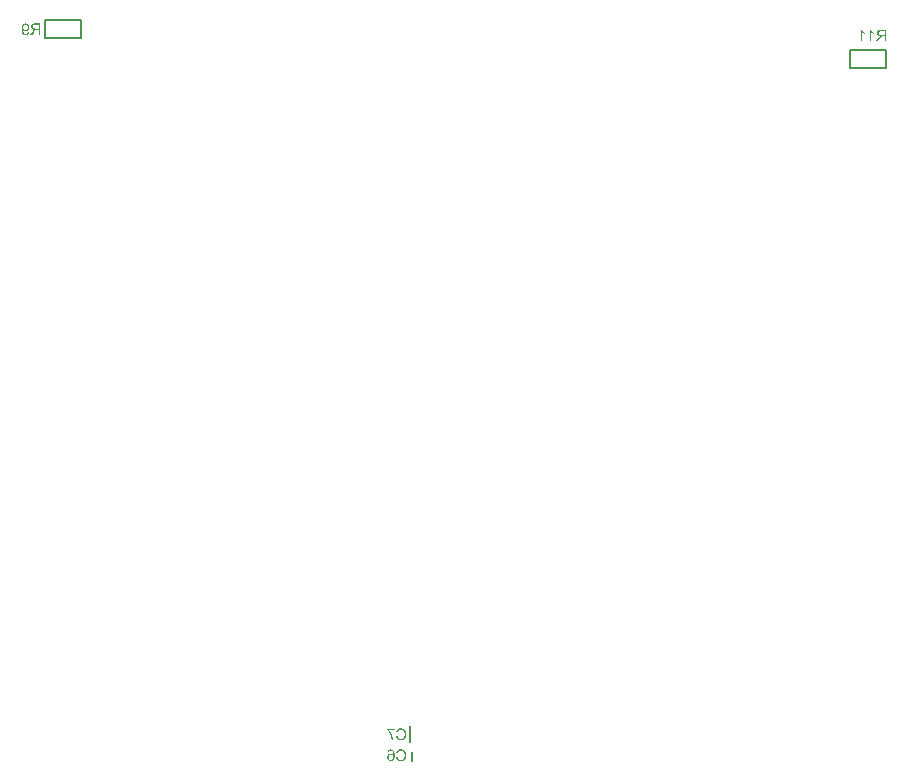
<source format=gbo>
G04 Layer_Color=3407718*
%FSLAX25Y25*%
%MOIN*%
G70*
G01*
G75*
%ADD41C,0.00787*%
%ADD42C,0.00800*%
G36*
X159715Y447855D02*
X159808Y447844D01*
X159896Y447826D01*
X159978Y447808D01*
X160124Y447750D01*
X160189Y447715D01*
X160247Y447685D01*
X160306Y447650D01*
X160352Y447615D01*
X160393Y447586D01*
X160423Y447563D01*
X160452Y447539D01*
X160469Y447522D01*
X160481Y447510D01*
X160487Y447504D01*
X160545Y447434D01*
X160598Y447364D01*
X160645Y447288D01*
X160680Y447206D01*
X160715Y447130D01*
X160744Y447048D01*
X160785Y446902D01*
X160797Y446831D01*
X160809Y446767D01*
X160814Y446709D01*
X160820Y446662D01*
X160826Y446621D01*
Y446586D01*
Y446568D01*
Y446562D01*
X160820Y446457D01*
X160814Y446357D01*
X160797Y446270D01*
X160774Y446182D01*
X160750Y446100D01*
X160721Y446024D01*
X160692Y445954D01*
X160662Y445895D01*
X160633Y445837D01*
X160604Y445790D01*
X160575Y445749D01*
X160551Y445714D01*
X160528Y445685D01*
X160510Y445667D01*
X160504Y445656D01*
X160499Y445650D01*
X160434Y445591D01*
X160370Y445539D01*
X160300Y445492D01*
X160235Y445451D01*
X160165Y445416D01*
X160101Y445386D01*
X159972Y445345D01*
X159861Y445322D01*
X159814Y445316D01*
X159773Y445310D01*
X159738Y445305D01*
X159691D01*
X159586Y445310D01*
X159487Y445328D01*
X159399Y445345D01*
X159323Y445375D01*
X159258Y445398D01*
X159206Y445416D01*
X159177Y445433D01*
X159165Y445439D01*
X159077Y445498D01*
X159001Y445556D01*
X158931Y445620D01*
X158878Y445679D01*
X158831Y445726D01*
X158802Y445773D01*
X158779Y445796D01*
X158773Y445808D01*
Y445767D01*
Y445737D01*
Y445720D01*
Y445714D01*
Y445603D01*
X158784Y445498D01*
X158796Y445404D01*
X158808Y445316D01*
X158820Y445240D01*
X158831Y445182D01*
X158837Y445164D01*
Y445147D01*
X158843Y445141D01*
Y445135D01*
X158872Y445036D01*
X158902Y444948D01*
X158931Y444872D01*
X158954Y444807D01*
X158983Y444755D01*
X159001Y444714D01*
X159013Y444690D01*
X159019Y444685D01*
X159060Y444626D01*
X159106Y444573D01*
X159147Y444526D01*
X159194Y444491D01*
X159229Y444462D01*
X159258Y444439D01*
X159282Y444427D01*
X159288Y444421D01*
X159352Y444386D01*
X159416Y444363D01*
X159481Y444345D01*
X159539Y444333D01*
X159592Y444328D01*
X159633Y444322D01*
X159668D01*
X159762Y444328D01*
X159843Y444345D01*
X159914Y444369D01*
X159972Y444392D01*
X160025Y444415D01*
X160060Y444439D01*
X160083Y444456D01*
X160089Y444462D01*
X160148Y444521D01*
X160194Y444597D01*
X160230Y444673D01*
X160259Y444749D01*
X160282Y444813D01*
X160294Y444872D01*
X160300Y444895D01*
X160306Y444913D01*
Y444918D01*
Y444924D01*
X160756Y444889D01*
X160727Y444725D01*
X160680Y444585D01*
X160627Y444462D01*
X160569Y444363D01*
X160510Y444287D01*
X160464Y444228D01*
X160428Y444193D01*
X160423Y444187D01*
X160417Y444181D01*
X160300Y444099D01*
X160183Y444041D01*
X160060Y443994D01*
X159943Y443965D01*
X159838Y443947D01*
X159791Y443941D01*
X159756D01*
X159721Y443936D01*
X159680D01*
X159528Y443947D01*
X159381Y443971D01*
X159258Y444006D01*
X159147Y444047D01*
X159060Y444088D01*
X159024Y444105D01*
X158995Y444123D01*
X158966Y444140D01*
X158948Y444146D01*
X158942Y444158D01*
X158937D01*
X158826Y444252D01*
X158732Y444357D01*
X158650Y444468D01*
X158580Y444579D01*
X158527Y444673D01*
X158510Y444714D01*
X158492Y444755D01*
X158480Y444784D01*
X158469Y444807D01*
X158463Y444819D01*
Y444825D01*
X158433Y444913D01*
X158410Y445000D01*
X158369Y445193D01*
X158340Y445392D01*
X158317Y445579D01*
X158311Y445667D01*
X158305Y445743D01*
Y445819D01*
X158299Y445878D01*
Y445930D01*
Y445966D01*
Y445995D01*
Y446001D01*
Y446129D01*
X158305Y446252D01*
X158317Y446363D01*
X158322Y446469D01*
X158334Y446562D01*
X158352Y446650D01*
X158363Y446732D01*
X158381Y446802D01*
X158398Y446867D01*
X158410Y446925D01*
X158422Y446972D01*
X158439Y447007D01*
X158445Y447036D01*
X158457Y447060D01*
X158463Y447071D01*
Y447077D01*
X158527Y447212D01*
X158603Y447329D01*
X158685Y447422D01*
X158761Y447510D01*
X158831Y447574D01*
X158884Y447621D01*
X158907Y447633D01*
X158925Y447645D01*
X158931Y447656D01*
X158937D01*
X159054Y447726D01*
X159177Y447773D01*
X159288Y447808D01*
X159393Y447838D01*
X159487Y447849D01*
X159528Y447855D01*
X159557D01*
X159586Y447861D01*
X159621D01*
X159715Y447855D01*
D02*
G37*
G36*
X438377Y445617D02*
X438441Y445524D01*
X438512Y445436D01*
X438582Y445354D01*
X438646Y445290D01*
X438699Y445237D01*
X438734Y445202D01*
X438740Y445196D01*
X438746Y445190D01*
X438857Y445097D01*
X438974Y445009D01*
X439091Y444933D01*
X439196Y444869D01*
X439290Y444816D01*
X439331Y444798D01*
X439366Y444781D01*
X439389Y444763D01*
X439412Y444752D01*
X439424Y444746D01*
X439430D01*
Y444284D01*
X439348Y444319D01*
X439260Y444360D01*
X439178Y444395D01*
X439102Y444436D01*
X439038Y444471D01*
X438985Y444500D01*
X438950Y444523D01*
X438944Y444529D01*
X438939D01*
X438839Y444588D01*
X438751Y444652D01*
X438675Y444705D01*
X438611Y444757D01*
X438558Y444798D01*
X438517Y444828D01*
X438494Y444851D01*
X438488Y444857D01*
Y441850D01*
X438014D01*
Y445711D01*
X438324D01*
X438377Y445617D01*
D02*
G37*
G36*
X441361D02*
X441425Y445524D01*
X441495Y445436D01*
X441565Y445354D01*
X441630Y445290D01*
X441682Y445237D01*
X441717Y445202D01*
X441723Y445196D01*
X441729Y445190D01*
X441840Y445097D01*
X441957Y445009D01*
X442074Y444933D01*
X442179Y444869D01*
X442273Y444816D01*
X442314Y444798D01*
X442349Y444781D01*
X442373Y444763D01*
X442396Y444752D01*
X442408Y444746D01*
X442414D01*
Y444284D01*
X442332Y444319D01*
X442244Y444360D01*
X442162Y444395D01*
X442086Y444436D01*
X442022Y444471D01*
X441969Y444500D01*
X441934Y444523D01*
X441928Y444529D01*
X441922D01*
X441823Y444588D01*
X441735Y444652D01*
X441659Y444705D01*
X441595Y444757D01*
X441542Y444798D01*
X441501Y444828D01*
X441477Y444851D01*
X441472Y444857D01*
Y441850D01*
X440998D01*
Y445711D01*
X441308D01*
X441361Y445617D01*
D02*
G37*
G36*
X164500Y444000D02*
X163991D01*
Y445708D01*
X163336D01*
X163277Y445702D01*
X163231D01*
X163190Y445696D01*
X163160Y445691D01*
X163137D01*
X163125Y445685D01*
X163119D01*
X163032Y445656D01*
X162961Y445620D01*
X162932Y445603D01*
X162909Y445591D01*
X162897Y445585D01*
X162891Y445579D01*
X162845Y445550D01*
X162803Y445509D01*
X162716Y445427D01*
X162687Y445386D01*
X162657Y445351D01*
X162640Y445328D01*
X162634Y445322D01*
X162575Y445246D01*
X162517Y445164D01*
X162452Y445076D01*
X162394Y444989D01*
X162341Y444913D01*
X162300Y444854D01*
X162289Y444831D01*
X162277Y444813D01*
X162265Y444802D01*
Y444796D01*
X161756Y444000D01*
X161119D01*
X161786Y445041D01*
X161862Y445153D01*
X161938Y445252D01*
X162008Y445340D01*
X162072Y445416D01*
X162125Y445474D01*
X162166Y445521D01*
X162195Y445544D01*
X162207Y445556D01*
X162248Y445591D01*
X162300Y445626D01*
X162400Y445691D01*
X162441Y445714D01*
X162476Y445732D01*
X162499Y445743D01*
X162511Y445749D01*
X162412Y445767D01*
X162318Y445784D01*
X162230Y445808D01*
X162154Y445837D01*
X162078Y445866D01*
X162014Y445895D01*
X161949Y445925D01*
X161897Y445954D01*
X161850Y445983D01*
X161809Y446006D01*
X161774Y446036D01*
X161745Y446053D01*
X161727Y446077D01*
X161709Y446089D01*
X161698Y446100D01*
X161651Y446153D01*
X161610Y446211D01*
X161540Y446328D01*
X161493Y446440D01*
X161464Y446551D01*
X161441Y446644D01*
X161435Y446685D01*
Y446720D01*
X161429Y446749D01*
Y446773D01*
Y446785D01*
Y446790D01*
X161435Y446907D01*
X161452Y447013D01*
X161481Y447112D01*
X161511Y447200D01*
X161540Y447270D01*
X161569Y447323D01*
X161587Y447358D01*
X161593Y447370D01*
X161657Y447463D01*
X161727Y447539D01*
X161797Y447604D01*
X161867Y447650D01*
X161926Y447691D01*
X161973Y447721D01*
X162008Y447732D01*
X162014Y447738D01*
X162020D01*
X162072Y447756D01*
X162131Y447773D01*
X162254Y447797D01*
X162382Y447820D01*
X162505Y447832D01*
X162622Y447838D01*
X162669D01*
X162716Y447844D01*
X164500D01*
Y444000D01*
D02*
G37*
G36*
X446450Y441850D02*
X445941D01*
Y443558D01*
X445286D01*
X445227Y443552D01*
X445181D01*
X445140Y443546D01*
X445110Y443541D01*
X445087D01*
X445075Y443535D01*
X445069D01*
X444982Y443506D01*
X444911Y443470D01*
X444882Y443453D01*
X444859Y443441D01*
X444847Y443435D01*
X444841Y443430D01*
X444794Y443400D01*
X444754Y443359D01*
X444666Y443277D01*
X444636Y443236D01*
X444607Y443201D01*
X444590Y443178D01*
X444584Y443172D01*
X444525Y443096D01*
X444467Y443014D01*
X444403Y442926D01*
X444344Y442839D01*
X444291Y442763D01*
X444250Y442704D01*
X444239Y442681D01*
X444227Y442663D01*
X444215Y442652D01*
Y442646D01*
X443706Y441850D01*
X443069D01*
X443736Y442891D01*
X443812Y443003D01*
X443888Y443102D01*
X443958Y443190D01*
X444022Y443266D01*
X444075Y443324D01*
X444116Y443371D01*
X444145Y443394D01*
X444157Y443406D01*
X444198Y443441D01*
X444250Y443476D01*
X444350Y443541D01*
X444391Y443564D01*
X444426Y443582D01*
X444449Y443593D01*
X444461Y443599D01*
X444361Y443617D01*
X444268Y443634D01*
X444180Y443658D01*
X444104Y443687D01*
X444028Y443716D01*
X443964Y443745D01*
X443899Y443775D01*
X443847Y443804D01*
X443800Y443833D01*
X443759Y443856D01*
X443724Y443886D01*
X443695Y443903D01*
X443677Y443927D01*
X443660Y443938D01*
X443648Y443950D01*
X443601Y444003D01*
X443560Y444061D01*
X443490Y444178D01*
X443443Y444289D01*
X443414Y444401D01*
X443390Y444494D01*
X443385Y444535D01*
Y444570D01*
X443379Y444599D01*
Y444623D01*
Y444635D01*
Y444640D01*
X443385Y444757D01*
X443402Y444863D01*
X443431Y444962D01*
X443461Y445050D01*
X443490Y445120D01*
X443519Y445173D01*
X443537Y445208D01*
X443543Y445220D01*
X443607Y445313D01*
X443677Y445389D01*
X443747Y445454D01*
X443818Y445500D01*
X443876Y445541D01*
X443923Y445571D01*
X443958Y445582D01*
X443964Y445588D01*
X443970D01*
X444022Y445606D01*
X444081Y445623D01*
X444204Y445647D01*
X444332Y445670D01*
X444455Y445682D01*
X444572Y445688D01*
X444619D01*
X444666Y445693D01*
X446450D01*
Y441850D01*
D02*
G37*
G36*
X282645Y212346D02*
X280761D01*
X280896Y212182D01*
X281019Y212013D01*
X281136Y211843D01*
X281241Y211685D01*
X281282Y211609D01*
X281323Y211545D01*
X281358Y211486D01*
X281387Y211434D01*
X281411Y211393D01*
X281428Y211363D01*
X281440Y211340D01*
X281446Y211334D01*
X281557Y211112D01*
X281656Y210890D01*
X281738Y210679D01*
X281773Y210579D01*
X281808Y210492D01*
X281838Y210404D01*
X281861Y210328D01*
X281884Y210264D01*
X281902Y210205D01*
X281914Y210158D01*
X281925Y210123D01*
X281931Y210100D01*
Y210094D01*
X281990Y209860D01*
X282013Y209755D01*
X282031Y209649D01*
X282048Y209556D01*
X282060Y209468D01*
X282071Y209380D01*
X282083Y209304D01*
X282089Y209240D01*
X282095Y209175D01*
X282101Y209123D01*
Y209082D01*
X282107Y209047D01*
Y209023D01*
Y209006D01*
Y209000D01*
X281621D01*
X281604Y209211D01*
X281580Y209409D01*
X281551Y209585D01*
X281533Y209667D01*
X281522Y209743D01*
X281504Y209807D01*
X281492Y209872D01*
X281481Y209924D01*
X281469Y209971D01*
X281457Y210006D01*
X281452Y210030D01*
X281446Y210047D01*
Y210053D01*
X281364Y210310D01*
X281276Y210550D01*
X281229Y210667D01*
X281182Y210778D01*
X281136Y210884D01*
X281095Y210977D01*
X281054Y211065D01*
X281013Y211147D01*
X280978Y211217D01*
X280948Y211276D01*
X280925Y211322D01*
X280907Y211357D01*
X280896Y211381D01*
X280890Y211387D01*
X280820Y211504D01*
X280755Y211621D01*
X280685Y211726D01*
X280621Y211826D01*
X280562Y211919D01*
X280498Y212001D01*
X280439Y212083D01*
X280387Y212153D01*
X280340Y212212D01*
X280293Y212270D01*
X280252Y212317D01*
X280223Y212358D01*
X280194Y212387D01*
X280176Y212411D01*
X280164Y212422D01*
X280159Y212428D01*
Y212797D01*
X282645D01*
Y212346D01*
D02*
G37*
G36*
X284880Y212896D02*
X285055Y212873D01*
X285213Y212832D01*
X285283Y212814D01*
X285348Y212791D01*
X285406Y212767D01*
X285465Y212750D01*
X285511Y212726D01*
X285546Y212709D01*
X285582Y212697D01*
X285605Y212685D01*
X285617Y212674D01*
X285623D01*
X285769Y212580D01*
X285903Y212469D01*
X286014Y212358D01*
X286102Y212247D01*
X286178Y212147D01*
X286208Y212106D01*
X286231Y212071D01*
X286248Y212036D01*
X286260Y212013D01*
X286272Y212001D01*
Y211995D01*
X286348Y211826D01*
X286406Y211644D01*
X286441Y211469D01*
X286471Y211305D01*
X286483Y211229D01*
X286488Y211164D01*
X286494Y211100D01*
Y211048D01*
X286500Y211007D01*
Y210977D01*
Y210954D01*
Y210948D01*
X286494Y210743D01*
X286471Y210556D01*
X286436Y210381D01*
X286418Y210299D01*
X286401Y210228D01*
X286383Y210158D01*
X286366Y210100D01*
X286348Y210047D01*
X286330Y210000D01*
X286319Y209965D01*
X286307Y209942D01*
X286301Y209924D01*
Y209918D01*
X286219Y209749D01*
X286120Y209603D01*
X286026Y209474D01*
X285927Y209374D01*
X285845Y209293D01*
X285775Y209234D01*
X285745Y209216D01*
X285728Y209199D01*
X285716Y209193D01*
X285710Y209187D01*
X285634Y209140D01*
X285552Y209105D01*
X285388Y209041D01*
X285219Y209000D01*
X285055Y208965D01*
X284985Y208959D01*
X284915Y208947D01*
X284856Y208942D01*
X284804D01*
X284757Y208936D01*
X284698D01*
X284587Y208942D01*
X284482Y208947D01*
X284289Y208988D01*
X284201Y209012D01*
X284113Y209041D01*
X284037Y209070D01*
X283967Y209099D01*
X283903Y209129D01*
X283850Y209158D01*
X283803Y209187D01*
X283762Y209211D01*
X283727Y209234D01*
X283704Y209251D01*
X283692Y209257D01*
X283686Y209263D01*
X283610Y209328D01*
X283540Y209398D01*
X283423Y209550D01*
X283318Y209708D01*
X283242Y209866D01*
X283206Y209936D01*
X283183Y210000D01*
X283160Y210065D01*
X283136Y210111D01*
X283124Y210158D01*
X283113Y210188D01*
X283107Y210211D01*
Y210217D01*
X283616Y210346D01*
X283663Y210176D01*
X283721Y210024D01*
X283791Y209901D01*
X283856Y209796D01*
X283920Y209719D01*
X283973Y209661D01*
X284008Y209626D01*
X284014Y209620D01*
X284020Y209614D01*
X284137Y209532D01*
X284254Y209474D01*
X284377Y209427D01*
X284488Y209398D01*
X284587Y209380D01*
X284634Y209374D01*
X284669D01*
X284698Y209369D01*
X284739D01*
X284868Y209374D01*
X284991Y209398D01*
X285102Y209427D01*
X285195Y209456D01*
X285277Y209491D01*
X285342Y209515D01*
X285365Y209526D01*
X285383Y209538D01*
X285388Y209544D01*
X285394D01*
X285500Y209620D01*
X285587Y209708D01*
X285664Y209796D01*
X285728Y209889D01*
X285775Y209965D01*
X285804Y210035D01*
X285816Y210059D01*
X285827Y210076D01*
X285833Y210088D01*
Y210094D01*
X285880Y210234D01*
X285915Y210381D01*
X285938Y210527D01*
X285956Y210661D01*
X285962Y210720D01*
X285968Y210773D01*
Y210825D01*
X285974Y210866D01*
Y210901D01*
Y210925D01*
Y210942D01*
Y210948D01*
X285968Y211088D01*
X285956Y211223D01*
X285938Y211346D01*
X285915Y211457D01*
X285892Y211551D01*
X285886Y211592D01*
X285874Y211621D01*
X285868Y211650D01*
X285862Y211668D01*
X285857Y211679D01*
Y211685D01*
X285804Y211814D01*
X285739Y211931D01*
X285669Y212024D01*
X285605Y212106D01*
X285541Y212171D01*
X285488Y212217D01*
X285453Y212247D01*
X285447Y212258D01*
X285441D01*
X285324Y212329D01*
X285201Y212381D01*
X285079Y212422D01*
X284962Y212446D01*
X284856Y212463D01*
X284815Y212469D01*
X284774D01*
X284745Y212475D01*
X284704D01*
X284564Y212469D01*
X284441Y212446D01*
X284330Y212416D01*
X284242Y212381D01*
X284166Y212340D01*
X284113Y212311D01*
X284078Y212288D01*
X284066Y212282D01*
X283973Y212200D01*
X283897Y212106D01*
X283826Y212001D01*
X283774Y211902D01*
X283733Y211814D01*
X283715Y211773D01*
X283698Y211738D01*
X283686Y211709D01*
X283680Y211685D01*
X283674Y211673D01*
Y211668D01*
X283171Y211785D01*
X283242Y211972D01*
X283282Y212059D01*
X283324Y212136D01*
X283370Y212212D01*
X283417Y212282D01*
X283458Y212340D01*
X283505Y212399D01*
X283546Y212446D01*
X283587Y212487D01*
X283628Y212528D01*
X283657Y212557D01*
X283686Y212580D01*
X283704Y212598D01*
X283715Y212604D01*
X283721Y212610D01*
X283797Y212662D01*
X283873Y212709D01*
X283955Y212750D01*
X284037Y212785D01*
X284201Y212838D01*
X284353Y212873D01*
X284423Y212884D01*
X284488Y212890D01*
X284546Y212896D01*
X284593Y212902D01*
X284634Y212908D01*
X284692D01*
X284880Y212896D01*
D02*
G37*
G36*
X281428Y205855D02*
X281533Y205843D01*
X281633Y205820D01*
X281726Y205791D01*
X281814Y205756D01*
X281890Y205721D01*
X281966Y205680D01*
X282031Y205639D01*
X282089Y205598D01*
X282142Y205557D01*
X282183Y205522D01*
X282224Y205487D01*
X282253Y205457D01*
X282270Y205434D01*
X282282Y205422D01*
X282288Y205416D01*
X282358Y205317D01*
X282423Y205200D01*
X282475Y205083D01*
X282522Y204948D01*
X282563Y204820D01*
X282598Y204685D01*
X282627Y204551D01*
X282645Y204416D01*
X282662Y204293D01*
X282674Y204176D01*
X282686Y204071D01*
X282692Y203977D01*
X282698Y203901D01*
Y203843D01*
Y203825D01*
Y203808D01*
Y203802D01*
Y203796D01*
X282692Y203615D01*
X282680Y203451D01*
X282662Y203293D01*
X282639Y203152D01*
X282610Y203024D01*
X282580Y202907D01*
X282545Y202801D01*
X282510Y202708D01*
X282481Y202626D01*
X282446Y202556D01*
X282417Y202497D01*
X282387Y202450D01*
X282364Y202415D01*
X282347Y202392D01*
X282335Y202374D01*
X282329Y202369D01*
X282259Y202292D01*
X282183Y202228D01*
X282101Y202170D01*
X282019Y202117D01*
X281937Y202076D01*
X281861Y202041D01*
X281779Y202012D01*
X281703Y201988D01*
X281633Y201971D01*
X281568Y201959D01*
X281510Y201947D01*
X281463Y201941D01*
X281422D01*
X281387Y201936D01*
X281364D01*
X281241Y201941D01*
X281124Y201959D01*
X281019Y201988D01*
X280925Y202018D01*
X280855Y202047D01*
X280796Y202076D01*
X280761Y202094D01*
X280749Y202099D01*
X280650Y202170D01*
X280568Y202246D01*
X280492Y202322D01*
X280428Y202398D01*
X280381Y202468D01*
X280346Y202521D01*
X280334Y202544D01*
X280322Y202562D01*
X280317Y202568D01*
Y202573D01*
X280264Y202690D01*
X280223Y202807D01*
X280200Y202924D01*
X280176Y203024D01*
X280164Y203117D01*
Y203152D01*
X280159Y203188D01*
Y203211D01*
Y203228D01*
Y203240D01*
Y203246D01*
X280164Y203345D01*
X280170Y203445D01*
X280188Y203533D01*
X280211Y203621D01*
X280235Y203696D01*
X280264Y203773D01*
X280293Y203837D01*
X280322Y203901D01*
X280358Y203954D01*
X280387Y204001D01*
X280416Y204042D01*
X280439Y204077D01*
X280463Y204106D01*
X280480Y204124D01*
X280486Y204135D01*
X280492Y204141D01*
X280556Y204205D01*
X280621Y204258D01*
X280691Y204305D01*
X280761Y204346D01*
X280825Y204381D01*
X280896Y204404D01*
X281019Y204451D01*
X281130Y204474D01*
X281176Y204480D01*
X281218Y204486D01*
X281253Y204492D01*
X281299D01*
X281399Y204486D01*
X281492Y204474D01*
X281580Y204451D01*
X281656Y204428D01*
X281721Y204404D01*
X281773Y204381D01*
X281802Y204369D01*
X281814Y204363D01*
X281902Y204311D01*
X281984Y204252D01*
X282054Y204188D01*
X282113Y204124D01*
X282165Y204065D01*
X282200Y204018D01*
X282224Y203989D01*
X282229Y203983D01*
Y204083D01*
X282224Y204182D01*
X282218Y204276D01*
X282212Y204363D01*
X282200Y204439D01*
X282189Y204516D01*
X282177Y204580D01*
X282165Y204638D01*
X282154Y204691D01*
X282142Y204738D01*
X282130Y204779D01*
X282118Y204808D01*
X282113Y204831D01*
X282107Y204855D01*
X282101Y204861D01*
Y204867D01*
X282048Y204978D01*
X281990Y205077D01*
X281931Y205159D01*
X281873Y205223D01*
X281826Y205276D01*
X281785Y205317D01*
X281762Y205340D01*
X281750Y205346D01*
X281680Y205387D01*
X281615Y205422D01*
X281545Y205446D01*
X281481Y205457D01*
X281428Y205469D01*
X281387Y205475D01*
X281346D01*
X281247Y205469D01*
X281153Y205446D01*
X281071Y205411D01*
X281001Y205376D01*
X280948Y205334D01*
X280907Y205305D01*
X280878Y205282D01*
X280872Y205270D01*
X280831Y205218D01*
X280796Y205159D01*
X280738Y205024D01*
X280720Y204966D01*
X280703Y204919D01*
X280691Y204884D01*
Y204878D01*
Y204872D01*
X280223Y204907D01*
X280252Y205065D01*
X280305Y205206D01*
X280358Y205323D01*
X280422Y205422D01*
X280480Y205498D01*
X280527Y205557D01*
X280562Y205592D01*
X280568Y205604D01*
X280574D01*
X280632Y205650D01*
X280691Y205691D01*
X280814Y205750D01*
X280937Y205797D01*
X281054Y205832D01*
X281159Y205849D01*
X281206Y205855D01*
X281241D01*
X281276Y205861D01*
X281317D01*
X281428Y205855D01*
D02*
G37*
G36*
X284880Y205896D02*
X285055Y205873D01*
X285213Y205832D01*
X285283Y205814D01*
X285348Y205791D01*
X285406Y205767D01*
X285465Y205750D01*
X285511Y205727D01*
X285546Y205709D01*
X285582Y205697D01*
X285605Y205685D01*
X285617Y205674D01*
X285623D01*
X285769Y205580D01*
X285903Y205469D01*
X286014Y205358D01*
X286102Y205247D01*
X286178Y205147D01*
X286208Y205106D01*
X286231Y205071D01*
X286248Y205036D01*
X286260Y205013D01*
X286272Y205001D01*
Y204995D01*
X286348Y204826D01*
X286406Y204644D01*
X286441Y204469D01*
X286471Y204305D01*
X286483Y204229D01*
X286488Y204165D01*
X286494Y204100D01*
Y204047D01*
X286500Y204007D01*
Y203977D01*
Y203954D01*
Y203948D01*
X286494Y203743D01*
X286471Y203556D01*
X286436Y203381D01*
X286418Y203299D01*
X286401Y203228D01*
X286383Y203158D01*
X286366Y203100D01*
X286348Y203047D01*
X286330Y203000D01*
X286319Y202965D01*
X286307Y202942D01*
X286301Y202924D01*
Y202919D01*
X286219Y202749D01*
X286120Y202603D01*
X286026Y202474D01*
X285927Y202374D01*
X285845Y202292D01*
X285775Y202234D01*
X285745Y202217D01*
X285728Y202199D01*
X285716Y202193D01*
X285710Y202187D01*
X285634Y202140D01*
X285552Y202105D01*
X285388Y202041D01*
X285219Y202000D01*
X285055Y201965D01*
X284985Y201959D01*
X284915Y201947D01*
X284856Y201941D01*
X284804D01*
X284757Y201936D01*
X284698D01*
X284587Y201941D01*
X284482Y201947D01*
X284289Y201988D01*
X284201Y202012D01*
X284113Y202041D01*
X284037Y202070D01*
X283967Y202099D01*
X283903Y202129D01*
X283850Y202158D01*
X283803Y202187D01*
X283762Y202211D01*
X283727Y202234D01*
X283704Y202252D01*
X283692Y202257D01*
X283686Y202263D01*
X283610Y202328D01*
X283540Y202398D01*
X283423Y202550D01*
X283318Y202708D01*
X283242Y202866D01*
X283206Y202936D01*
X283183Y203000D01*
X283160Y203065D01*
X283136Y203112D01*
X283124Y203158D01*
X283113Y203188D01*
X283107Y203211D01*
Y203217D01*
X283616Y203345D01*
X283663Y203176D01*
X283721Y203024D01*
X283791Y202901D01*
X283856Y202796D01*
X283920Y202720D01*
X283973Y202661D01*
X284008Y202626D01*
X284014Y202620D01*
X284020Y202614D01*
X284137Y202532D01*
X284254Y202474D01*
X284377Y202427D01*
X284488Y202398D01*
X284587Y202380D01*
X284634Y202374D01*
X284669D01*
X284698Y202369D01*
X284739D01*
X284868Y202374D01*
X284991Y202398D01*
X285102Y202427D01*
X285195Y202456D01*
X285277Y202491D01*
X285342Y202515D01*
X285365Y202526D01*
X285383Y202538D01*
X285388Y202544D01*
X285394D01*
X285500Y202620D01*
X285587Y202708D01*
X285664Y202796D01*
X285728Y202889D01*
X285775Y202965D01*
X285804Y203035D01*
X285816Y203059D01*
X285827Y203076D01*
X285833Y203088D01*
Y203094D01*
X285880Y203234D01*
X285915Y203381D01*
X285938Y203527D01*
X285956Y203661D01*
X285962Y203720D01*
X285968Y203773D01*
Y203825D01*
X285974Y203866D01*
Y203901D01*
Y203925D01*
Y203942D01*
Y203948D01*
X285968Y204088D01*
X285956Y204223D01*
X285938Y204346D01*
X285915Y204457D01*
X285892Y204551D01*
X285886Y204592D01*
X285874Y204621D01*
X285868Y204650D01*
X285862Y204668D01*
X285857Y204679D01*
Y204685D01*
X285804Y204814D01*
X285739Y204931D01*
X285669Y205024D01*
X285605Y205106D01*
X285541Y205171D01*
X285488Y205218D01*
X285453Y205247D01*
X285447Y205258D01*
X285441D01*
X285324Y205329D01*
X285201Y205381D01*
X285079Y205422D01*
X284962Y205446D01*
X284856Y205463D01*
X284815Y205469D01*
X284774D01*
X284745Y205475D01*
X284704D01*
X284564Y205469D01*
X284441Y205446D01*
X284330Y205416D01*
X284242Y205381D01*
X284166Y205340D01*
X284113Y205311D01*
X284078Y205288D01*
X284066Y205282D01*
X283973Y205200D01*
X283897Y205106D01*
X283826Y205001D01*
X283774Y204902D01*
X283733Y204814D01*
X283715Y204773D01*
X283698Y204738D01*
X283686Y204709D01*
X283680Y204685D01*
X283674Y204674D01*
Y204668D01*
X283171Y204785D01*
X283242Y204972D01*
X283282Y205060D01*
X283324Y205136D01*
X283370Y205212D01*
X283417Y205282D01*
X283458Y205340D01*
X283505Y205399D01*
X283546Y205446D01*
X283587Y205487D01*
X283628Y205528D01*
X283657Y205557D01*
X283686Y205580D01*
X283704Y205598D01*
X283715Y205604D01*
X283721Y205609D01*
X283797Y205662D01*
X283873Y205709D01*
X283955Y205750D01*
X284037Y205785D01*
X284201Y205838D01*
X284353Y205873D01*
X284423Y205884D01*
X284488Y205890D01*
X284546Y205896D01*
X284593Y205902D01*
X284634Y205908D01*
X284692D01*
X284880Y205896D01*
D02*
G37*
%LPC*%
G36*
X445941Y445266D02*
X444730D01*
X444578Y445260D01*
X444449Y445237D01*
X444344Y445214D01*
X444256Y445179D01*
X444192Y445149D01*
X444139Y445120D01*
X444116Y445097D01*
X444104Y445091D01*
X444040Y445021D01*
X443987Y444945D01*
X443952Y444869D01*
X443929Y444798D01*
X443917Y444734D01*
X443905Y444687D01*
Y444652D01*
Y444646D01*
Y444640D01*
X443911Y444570D01*
X443923Y444506D01*
X443940Y444447D01*
X443958Y444401D01*
X443975Y444354D01*
X443993Y444324D01*
X444005Y444301D01*
X444010Y444295D01*
X444052Y444243D01*
X444098Y444196D01*
X444151Y444155D01*
X444198Y444120D01*
X444239Y444096D01*
X444274Y444079D01*
X444297Y444073D01*
X444309Y444067D01*
X444385Y444044D01*
X444473Y444026D01*
X444566Y444015D01*
X444654Y444009D01*
X444730Y444003D01*
X444794Y443997D01*
X445941D01*
Y445266D01*
D02*
G37*
G36*
X281422Y204077D02*
X281393D01*
X281276Y204065D01*
X281171Y204042D01*
X281077Y204001D01*
X281001Y203960D01*
X280937Y203919D01*
X280890Y203878D01*
X280866Y203854D01*
X280855Y203843D01*
X280785Y203749D01*
X280732Y203650D01*
X280697Y203544D01*
X280667Y203445D01*
X280656Y203357D01*
X280650Y203316D01*
Y203281D01*
X280644Y203258D01*
Y203234D01*
Y203223D01*
Y203217D01*
X280656Y203071D01*
X280679Y202942D01*
X280714Y202825D01*
X280749Y202731D01*
X280790Y202661D01*
X280825Y202608D01*
X280849Y202573D01*
X280861Y202562D01*
X280943Y202480D01*
X281030Y202421D01*
X281118Y202380D01*
X281194Y202351D01*
X281270Y202333D01*
X281323Y202328D01*
X281346Y202322D01*
X281375D01*
X281452Y202328D01*
X281522Y202339D01*
X281592Y202357D01*
X281650Y202380D01*
X281697Y202398D01*
X281732Y202415D01*
X281762Y202427D01*
X281767Y202433D01*
X281832Y202480D01*
X281890Y202538D01*
X281937Y202591D01*
X281978Y202649D01*
X282013Y202696D01*
X282036Y202737D01*
X282048Y202761D01*
X282054Y202772D01*
X282089Y202860D01*
X282113Y202942D01*
X282130Y203018D01*
X282142Y203094D01*
X282148Y203152D01*
X282154Y203199D01*
Y203228D01*
Y203240D01*
X282142Y203375D01*
X282118Y203492D01*
X282083Y203597D01*
X282042Y203685D01*
X282001Y203749D01*
X281966Y203802D01*
X281943Y203831D01*
X281931Y203843D01*
X281843Y203919D01*
X281756Y203977D01*
X281662Y204018D01*
X281580Y204047D01*
X281504Y204065D01*
X281446Y204071D01*
X281422Y204077D01*
D02*
G37*
G36*
X163991Y447416D02*
X162780D01*
X162628Y447410D01*
X162499Y447387D01*
X162394Y447364D01*
X162306Y447329D01*
X162242Y447299D01*
X162189Y447270D01*
X162166Y447247D01*
X162154Y447241D01*
X162090Y447171D01*
X162037Y447095D01*
X162002Y447019D01*
X161979Y446948D01*
X161967Y446884D01*
X161955Y446837D01*
Y446802D01*
Y446796D01*
Y446790D01*
X161961Y446720D01*
X161973Y446656D01*
X161990Y446597D01*
X162008Y446551D01*
X162025Y446504D01*
X162043Y446475D01*
X162055Y446451D01*
X162060Y446445D01*
X162101Y446393D01*
X162148Y446346D01*
X162201Y446305D01*
X162248Y446270D01*
X162289Y446246D01*
X162324Y446229D01*
X162347Y446223D01*
X162359Y446217D01*
X162435Y446194D01*
X162523Y446176D01*
X162616Y446165D01*
X162704Y446159D01*
X162780Y446153D01*
X162845Y446147D01*
X163991D01*
Y447416D01*
D02*
G37*
G36*
X159592Y447469D02*
X159563D01*
X159451Y447457D01*
X159352Y447434D01*
X159264Y447393D01*
X159188Y447352D01*
X159124Y447305D01*
X159083Y447264D01*
X159054Y447241D01*
X159042Y447229D01*
X158972Y447130D01*
X158919Y447024D01*
X158878Y446919D01*
X158855Y446814D01*
X158837Y446720D01*
X158831Y446685D01*
Y446650D01*
X158826Y446621D01*
Y446597D01*
Y446586D01*
Y446580D01*
X158837Y446440D01*
X158861Y446311D01*
X158896Y446206D01*
X158931Y446112D01*
X158972Y446042D01*
X159007Y445989D01*
X159030Y445960D01*
X159042Y445948D01*
X159124Y445872D01*
X159212Y445814D01*
X159305Y445778D01*
X159387Y445749D01*
X159463Y445732D01*
X159522Y445726D01*
X159545Y445720D01*
X159574D01*
X159691Y445732D01*
X159797Y445755D01*
X159890Y445790D01*
X159972Y445837D01*
X160036Y445878D01*
X160083Y445913D01*
X160113Y445936D01*
X160124Y445948D01*
X160194Y446042D01*
X160247Y446135D01*
X160288Y446235D01*
X160311Y446334D01*
X160329Y446416D01*
X160335Y446486D01*
X160341Y446510D01*
Y446527D01*
Y446539D01*
Y446545D01*
X160329Y446691D01*
X160306Y446820D01*
X160271Y446937D01*
X160224Y447030D01*
X160183Y447106D01*
X160148Y447165D01*
X160124Y447200D01*
X160113Y447212D01*
X160066Y447258D01*
X160019Y447299D01*
X159925Y447358D01*
X159838Y447405D01*
X159750Y447440D01*
X159674Y447457D01*
X159615Y447463D01*
X159592Y447469D01*
D02*
G37*
%LPD*%
D41*
X287695Y208441D02*
Y213559D01*
D42*
X288488Y201925D02*
Y204976D01*
X166000Y443000D02*
Y449000D01*
X178000D01*
X166000Y443000D02*
X178000D01*
Y449000D01*
X446500Y433000D02*
Y439000D01*
X434500Y433000D02*
X446500D01*
X434500Y439000D02*
X446500D01*
X434500Y433000D02*
Y439000D01*
M02*

</source>
